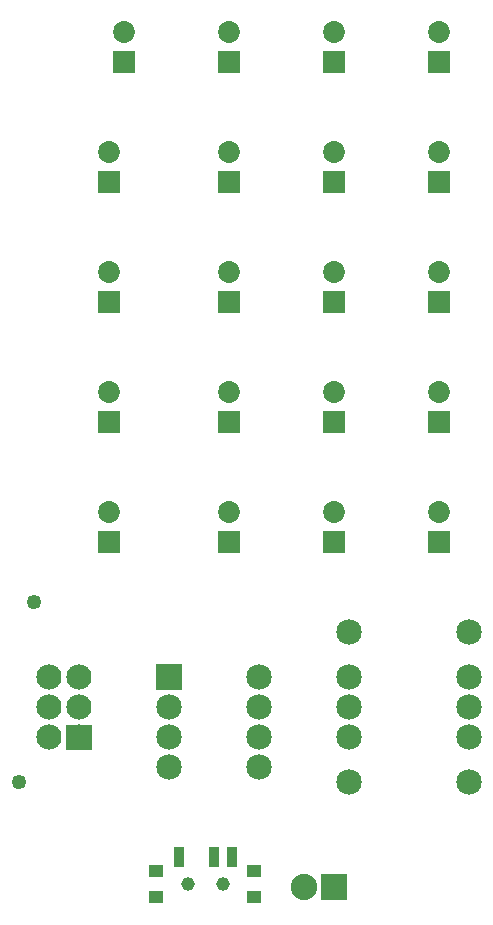
<source format=gts>
G04 MADE WITH FRITZING*
G04 WWW.FRITZING.ORG*
G04 DOUBLE SIDED*
G04 HOLES PLATED*
G04 CONTOUR ON CENTER OF CONTOUR VECTOR*
%ASAXBY*%
%FSLAX23Y23*%
%MOIN*%
%OFA0B0*%
%SFA1.0B1.0*%
%ADD10C,0.085000*%
%ADD11C,0.088000*%
%ADD12C,0.084000*%
%ADD13C,0.049370*%
%ADD14C,0.045433*%
%ADD15C,0.072992*%
%ADD16R,0.085000X0.085000*%
%ADD17R,0.088000X0.088000*%
%ADD18R,0.049370X0.041496*%
%ADD19R,0.037559X0.069055*%
%ADD20R,0.072992X0.072992*%
%ADD21R,0.001000X0.001000*%
%LNMASK1*%
G90*
G70*
G54D10*
X604Y855D03*
X904Y855D03*
X604Y755D03*
X904Y755D03*
X604Y655D03*
X904Y655D03*
X604Y555D03*
X904Y555D03*
G54D11*
X1154Y155D03*
X1054Y155D03*
G54D12*
X304Y655D03*
X204Y655D03*
X304Y755D03*
X204Y755D03*
X304Y855D03*
X204Y855D03*
X304Y655D03*
X204Y655D03*
X304Y755D03*
X204Y755D03*
X304Y855D03*
X204Y855D03*
G54D13*
X154Y1105D03*
X104Y505D03*
G54D14*
X666Y167D03*
X784Y167D03*
X666Y167D03*
X784Y167D03*
G54D15*
X1504Y1307D03*
X1504Y1405D03*
X1154Y1307D03*
X1154Y1405D03*
X804Y1307D03*
X804Y1405D03*
X404Y1307D03*
X404Y1405D03*
X1504Y1707D03*
X1504Y1805D03*
X1154Y1707D03*
X1154Y1805D03*
X804Y1707D03*
X804Y1805D03*
X404Y1707D03*
X404Y1805D03*
X1504Y2107D03*
X1504Y2205D03*
X1154Y2107D03*
X1154Y2205D03*
X804Y2107D03*
X804Y2205D03*
X404Y2107D03*
X404Y2205D03*
X1504Y2507D03*
X1504Y2605D03*
X1154Y2507D03*
X1154Y2605D03*
X804Y2507D03*
X804Y2605D03*
X404Y2507D03*
X404Y2605D03*
X1504Y2907D03*
X1504Y3005D03*
X1154Y2907D03*
X1154Y3005D03*
X804Y2907D03*
X804Y3005D03*
X454Y2907D03*
X454Y3005D03*
G54D10*
X1604Y1005D03*
X1204Y1005D03*
X1604Y855D03*
X1204Y855D03*
X1604Y755D03*
X1204Y755D03*
X1604Y655D03*
X1204Y655D03*
X1604Y505D03*
X1204Y505D03*
G54D16*
X604Y855D03*
G54D17*
X1154Y155D03*
G54D18*
X561Y210D03*
X561Y124D03*
X888Y124D03*
X888Y210D03*
G54D19*
X636Y255D03*
X754Y255D03*
X813Y255D03*
G54D20*
X1504Y1307D03*
X1154Y1307D03*
X804Y1307D03*
X404Y1307D03*
X1504Y1707D03*
X1154Y1707D03*
X804Y1707D03*
X404Y1707D03*
X1504Y2107D03*
X1154Y2107D03*
X804Y2107D03*
X404Y2107D03*
X1504Y2507D03*
X1154Y2507D03*
X804Y2507D03*
X404Y2507D03*
X1504Y2907D03*
X1154Y2907D03*
X804Y2907D03*
X454Y2907D03*
G54D21*
X262Y697D02*
X345Y697D01*
X262Y696D02*
X345Y696D01*
X262Y695D02*
X345Y695D01*
X262Y694D02*
X345Y694D01*
X262Y693D02*
X345Y693D01*
X262Y692D02*
X345Y692D01*
X262Y691D02*
X345Y691D01*
X262Y690D02*
X345Y690D01*
X262Y689D02*
X345Y689D01*
X262Y688D02*
X345Y688D01*
X262Y687D02*
X345Y687D01*
X262Y686D02*
X345Y686D01*
X262Y685D02*
X345Y685D01*
X262Y684D02*
X345Y684D01*
X262Y683D02*
X345Y683D01*
X262Y682D02*
X345Y682D01*
X262Y681D02*
X345Y681D01*
X262Y680D02*
X345Y680D01*
X262Y679D02*
X345Y679D01*
X262Y678D02*
X345Y678D01*
X262Y677D02*
X345Y677D01*
X262Y676D02*
X345Y676D01*
X262Y675D02*
X345Y675D01*
X262Y674D02*
X345Y674D01*
X262Y673D02*
X345Y673D01*
X262Y672D02*
X345Y672D01*
X262Y671D02*
X345Y671D01*
X262Y670D02*
X298Y670D01*
X309Y670D02*
X345Y670D01*
X262Y669D02*
X296Y669D01*
X311Y669D02*
X345Y669D01*
X262Y668D02*
X294Y668D01*
X313Y668D02*
X345Y668D01*
X262Y667D02*
X293Y667D01*
X314Y667D02*
X345Y667D01*
X262Y666D02*
X292Y666D01*
X315Y666D02*
X345Y666D01*
X262Y665D02*
X291Y665D01*
X316Y665D02*
X345Y665D01*
X262Y664D02*
X290Y664D01*
X317Y664D02*
X345Y664D01*
X262Y663D02*
X290Y663D01*
X317Y663D02*
X345Y663D01*
X262Y662D02*
X289Y662D01*
X318Y662D02*
X345Y662D01*
X262Y661D02*
X289Y661D01*
X318Y661D02*
X345Y661D01*
X262Y660D02*
X289Y660D01*
X319Y660D02*
X345Y660D01*
X262Y659D02*
X288Y659D01*
X319Y659D02*
X345Y659D01*
X262Y658D02*
X288Y658D01*
X319Y658D02*
X345Y658D01*
X262Y657D02*
X288Y657D01*
X319Y657D02*
X345Y657D01*
X262Y656D02*
X288Y656D01*
X319Y656D02*
X345Y656D01*
X262Y655D02*
X288Y655D01*
X319Y655D02*
X345Y655D01*
X262Y654D02*
X288Y654D01*
X319Y654D02*
X345Y654D01*
X262Y653D02*
X288Y653D01*
X319Y653D02*
X345Y653D01*
X262Y652D02*
X289Y652D01*
X319Y652D02*
X345Y652D01*
X262Y651D02*
X289Y651D01*
X318Y651D02*
X345Y651D01*
X262Y650D02*
X289Y650D01*
X318Y650D02*
X345Y650D01*
X262Y649D02*
X290Y649D01*
X317Y649D02*
X345Y649D01*
X262Y648D02*
X290Y648D01*
X317Y648D02*
X345Y648D01*
X262Y647D02*
X291Y647D01*
X316Y647D02*
X345Y647D01*
X262Y646D02*
X292Y646D01*
X315Y646D02*
X345Y646D01*
X262Y645D02*
X293Y645D01*
X314Y645D02*
X345Y645D01*
X262Y644D02*
X294Y644D01*
X313Y644D02*
X345Y644D01*
X262Y643D02*
X295Y643D01*
X312Y643D02*
X345Y643D01*
X262Y642D02*
X297Y642D01*
X310Y642D02*
X345Y642D01*
X262Y641D02*
X301Y641D01*
X306Y641D02*
X345Y641D01*
X262Y640D02*
X345Y640D01*
X262Y639D02*
X345Y639D01*
X262Y638D02*
X345Y638D01*
X262Y637D02*
X345Y637D01*
X262Y636D02*
X345Y636D01*
X262Y635D02*
X345Y635D01*
X262Y634D02*
X345Y634D01*
X262Y633D02*
X345Y633D01*
X262Y632D02*
X345Y632D01*
X262Y631D02*
X345Y631D01*
X262Y630D02*
X345Y630D01*
X262Y629D02*
X345Y629D01*
X262Y628D02*
X345Y628D01*
X262Y627D02*
X345Y627D01*
X262Y626D02*
X345Y626D01*
X262Y625D02*
X345Y625D01*
X262Y624D02*
X345Y624D01*
X262Y623D02*
X345Y623D01*
X262Y622D02*
X345Y622D01*
X262Y621D02*
X345Y621D01*
X262Y620D02*
X345Y620D01*
X262Y619D02*
X345Y619D01*
X262Y618D02*
X345Y618D01*
X262Y617D02*
X345Y617D01*
X262Y616D02*
X345Y616D01*
X262Y615D02*
X345Y615D01*
X262Y614D02*
X345Y614D01*
D02*
G04 End of Mask1*
M02*
</source>
